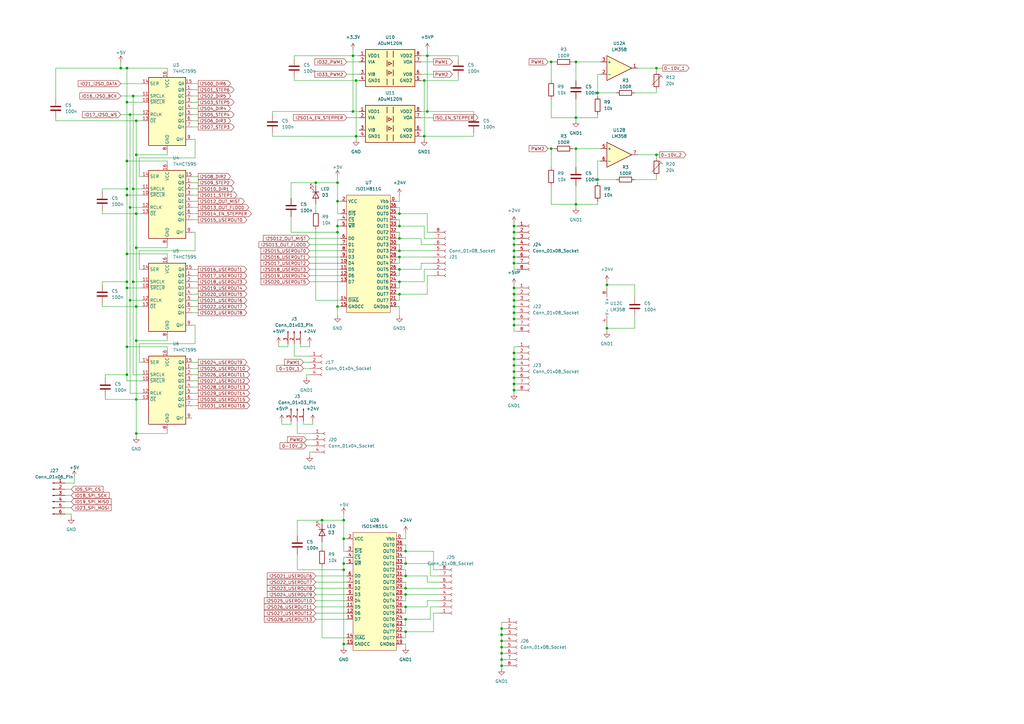
<source format=kicad_sch>
(kicad_sch (version 20230121) (generator eeschema)
  (paper "A3")
  (junction (at 55.88 163.83))
  (junction (at 138.43 95.25))
  (junction (at 166.37 236.22))
  (junction (at 210.82 144.78))
  (junction (at 140.97 220.98))
  (junction (at 54.61 115.57))
  (junction (at 166.37 248.92))
  (junction (at 210.82 149.86))
  (junction (at 146.05 33.02))
  (junction (at 163.83 115.57))
  (junction (at 236.22 83.82))
  (junction (at 138.43 74.93))
  (junction (at 140.97 264.16))
  (junction (at 163.83 97.79))
  (junction (at 163.83 110.49))
  (junction (at 163.83 92.71))
  (junction (at 205.74 273.05))
  (junction (at 205.74 267.97))
  (junction (at 269.24 63.5))
  (junction (at 140.97 231.14))
  (junction (at 52.07 80.01))
  (junction (at 210.82 133.35))
  (junction (at 210.82 128.27))
  (junction (at 138.43 92.71))
  (junction (at 163.83 102.87))
  (junction (at 163.83 105.41))
  (junction (at 49.53 27.94))
  (junction (at 248.92 134.62))
  (junction (at 53.34 85.09))
  (junction (at 175.26 22.86))
  (junction (at 210.82 123.19))
  (junction (at 53.34 123.19))
  (junction (at 210.82 160.02))
  (junction (at 245.11 73.66))
  (junction (at 210.82 95.25))
  (junction (at 52.07 77.47))
  (junction (at 55.88 101.6))
  (junction (at 54.61 77.47))
  (junction (at 53.34 46.99))
  (junction (at 210.82 100.33))
  (junction (at 210.82 152.4))
  (junction (at 173.99 33.02))
  (junction (at 205.74 262.89))
  (junction (at 226.06 25.4))
  (junction (at 210.82 125.73))
  (junction (at 55.88 177.8))
  (junction (at 52.07 142.24))
  (junction (at 52.07 41.91))
  (junction (at 173.99 55.88))
  (junction (at 52.07 66.04))
  (junction (at 129.54 74.93))
  (junction (at 163.83 120.65))
  (junction (at 55.88 63.5))
  (junction (at 132.08 213.36))
  (junction (at 144.78 45.72))
  (junction (at 236.22 48.26))
  (junction (at 205.74 270.51))
  (junction (at 55.88 87.63))
  (junction (at 245.11 38.1))
  (junction (at 55.88 125.73))
  (junction (at 166.37 226.06))
  (junction (at 166.37 241.3))
  (junction (at 210.82 120.65))
  (junction (at 236.22 25.4))
  (junction (at 144.78 22.86))
  (junction (at 210.82 130.81))
  (junction (at 140.97 233.68))
  (junction (at 210.82 92.71))
  (junction (at 52.07 104.14))
  (junction (at 166.37 259.08))
  (junction (at 210.82 105.41))
  (junction (at 55.88 139.7))
  (junction (at 163.83 87.63))
  (junction (at 55.88 49.53))
  (junction (at 52.07 153.67))
  (junction (at 210.82 157.48))
  (junction (at 205.74 260.35))
  (junction (at 236.22 60.96))
  (junction (at 210.82 147.32))
  (junction (at 210.82 154.94))
  (junction (at 138.43 125.73))
  (junction (at 166.37 243.84))
  (junction (at 210.82 107.95))
  (junction (at 210.82 102.87))
  (junction (at 166.37 254))
  (junction (at 248.92 116.84))
  (junction (at 146.05 55.88))
  (junction (at 175.26 45.72))
  (junction (at 138.43 82.55))
  (junction (at 210.82 97.79))
  (junction (at 52.07 27.94))
  (junction (at 269.24 27.94))
  (junction (at 205.74 265.43))
  (junction (at 226.06 60.96))
  (junction (at 166.37 231.14))
  (junction (at 140.97 213.36))
  (junction (at 52.07 118.11))
  (junction (at 210.82 118.11))
  (junction (at 54.61 39.37))
  (junction (at 205.74 257.81))
  (junction (at 52.07 115.57))
  (wire (pts (xy 165.1 251.46) (xy 166.37 251.46)))
  (wire (pts (xy 138.43 125.73) (xy 138.43 129.54)))
  (wire (pts (xy 210.82 130.81) (xy 210.82 133.35)))
  (wire (pts (xy 210.82 157.48) (xy 210.82 160.02)))
  (wire (pts (xy 52.07 142.24) (xy 68.58 142.24)))
  (wire (pts (xy 224.79 25.4) (xy 226.06 25.4)))
  (wire (pts (xy 177.8 113.03) (xy 175.26 113.03)))
  (wire (pts (xy 163.83 100.33) (xy 163.83 102.87)))
  (wire (pts (xy 210.82 107.95) (xy 210.82 105.41)))
  (wire (pts (xy 226.06 83.82) (xy 236.22 83.82)))
  (wire (pts (xy 269.24 38.1) (xy 269.24 36.83)))
  (wire (pts (xy 78.74 148.59) (xy 81.28 148.59)))
  (wire (pts (xy 43.18 163.83) (xy 55.88 163.83)))
  (wire (pts (xy 177.8 226.06) (xy 166.37 226.06)))
  (wire (pts (xy 58.42 148.59) (xy 57.15 148.59)))
  (wire (pts (xy 187.96 24.13) (xy 187.96 22.86)))
  (wire (pts (xy 165.1 248.92) (xy 166.37 248.92)))
  (wire (pts (xy 142.24 25.4) (xy 147.32 25.4)))
  (wire (pts (xy 146.05 55.88) (xy 146.05 57.15)))
  (wire (pts (xy 163.83 105.41) (xy 163.83 107.95)))
  (wire (pts (xy 41.91 87.63) (xy 55.88 87.63)))
  (wire (pts (xy 212.09 142.24) (xy 210.82 142.24)))
  (wire (pts (xy 163.83 92.71) (xy 163.83 90.17)))
  (wire (pts (xy 194.31 46.99) (xy 194.31 45.72)))
  (wire (pts (xy 129.54 74.93) (xy 138.43 74.93)))
  (wire (pts (xy 78.74 113.03) (xy 81.28 113.03)))
  (wire (pts (xy 163.83 85.09) (xy 163.83 87.63)))
  (wire (pts (xy 180.34 248.92) (xy 176.53 248.92)))
  (wire (pts (xy 260.35 129.54) (xy 260.35 134.62)))
  (wire (pts (xy 210.82 120.65) (xy 210.82 123.19)))
  (wire (pts (xy 120.65 31.75) (xy 120.65 33.02)))
  (wire (pts (xy 26.67 205.74) (xy 29.21 205.74)))
  (wire (pts (xy 176.53 248.92) (xy 176.53 254)))
  (wire (pts (xy 55.88 125.73) (xy 55.88 139.7)))
  (wire (pts (xy 78.74 46.99) (xy 81.28 46.99)))
  (wire (pts (xy 166.37 254) (xy 166.37 256.54)))
  (wire (pts (xy 210.82 123.19) (xy 212.09 123.19)))
  (wire (pts (xy 80.01 133.35) (xy 78.74 133.35)))
  (wire (pts (xy 111.76 55.88) (xy 146.05 55.88)))
  (wire (pts (xy 175.26 246.38) (xy 175.26 248.92)))
  (wire (pts (xy 162.56 120.65) (xy 163.83 120.65)))
  (wire (pts (xy 121.92 227.33) (xy 121.92 233.68)))
  (wire (pts (xy 78.74 41.91) (xy 81.28 41.91)))
  (wire (pts (xy 68.58 27.94) (xy 68.58 29.21)))
  (wire (pts (xy 210.82 147.32) (xy 212.09 147.32)))
  (wire (pts (xy 205.74 260.35) (xy 207.01 260.35)))
  (wire (pts (xy 226.06 76.2) (xy 226.06 83.82)))
  (wire (pts (xy 68.58 176.53) (xy 68.58 177.8)))
  (wire (pts (xy 55.88 87.63) (xy 58.42 87.63)))
  (wire (pts (xy 210.82 125.73) (xy 212.09 125.73)))
  (wire (pts (xy 163.83 123.19) (xy 163.83 120.65)))
  (wire (pts (xy 78.74 123.19) (xy 81.28 123.19)))
  (wire (pts (xy 139.7 125.73) (xy 138.43 125.73)))
  (wire (pts (xy 205.74 270.51) (xy 207.01 270.51)))
  (wire (pts (xy 163.83 102.87) (xy 177.8 102.87)))
  (wire (pts (xy 172.72 30.48) (xy 177.8 30.48)))
  (wire (pts (xy 55.88 177.8) (xy 68.58 177.8)))
  (wire (pts (xy 236.22 76.2) (xy 236.22 83.82)))
  (wire (pts (xy 139.7 90.17) (xy 138.43 90.17)))
  (wire (pts (xy 68.58 105.41) (xy 68.58 104.14)))
  (wire (pts (xy 52.07 142.24) (xy 52.07 118.11)))
  (wire (pts (xy 165.1 226.06) (xy 166.37 226.06)))
  (wire (pts (xy 68.58 67.31) (xy 68.58 66.04)))
  (wire (pts (xy 210.82 107.95) (xy 212.09 107.95)))
  (wire (pts (xy 210.82 95.25) (xy 210.82 92.71)))
  (wire (pts (xy 129.54 248.92) (xy 142.24 248.92)))
  (wire (pts (xy 165.1 261.62) (xy 166.37 261.62)))
  (wire (pts (xy 52.07 104.14) (xy 52.07 80.01)))
  (wire (pts (xy 78.74 90.17) (xy 81.28 90.17)))
  (wire (pts (xy 22.86 49.53) (xy 55.88 49.53)))
  (wire (pts (xy 55.88 63.5) (xy 55.88 87.63)))
  (wire (pts (xy 52.07 41.91) (xy 58.42 41.91)))
  (wire (pts (xy 210.82 135.89) (xy 212.09 135.89)))
  (wire (pts (xy 58.42 115.57) (xy 54.61 115.57)))
  (wire (pts (xy 22.86 40.64) (xy 22.86 27.94)))
  (wire (pts (xy 226.06 25.4) (xy 226.06 33.02)))
  (wire (pts (xy 162.56 125.73) (xy 163.83 125.73)))
  (wire (pts (xy 124.46 172.72) (xy 124.46 173.99)))
  (wire (pts (xy 53.34 46.99) (xy 58.42 46.99)))
  (wire (pts (xy 52.07 77.47) (xy 52.07 80.01)))
  (wire (pts (xy 165.1 241.3) (xy 166.37 241.3)))
  (wire (pts (xy 124.46 173.99) (xy 128.27 173.99)))
  (wire (pts (xy 210.82 100.33) (xy 212.09 100.33)))
  (wire (pts (xy 210.82 128.27) (xy 210.82 130.81)))
  (wire (pts (xy 210.82 160.02) (xy 212.09 160.02)))
  (wire (pts (xy 138.43 72.39) (xy 138.43 74.93)))
  (wire (pts (xy 68.58 138.43) (xy 68.58 139.7)))
  (wire (pts (xy 49.53 34.29) (xy 58.42 34.29)))
  (wire (pts (xy 162.56 118.11) (xy 163.83 118.11)))
  (wire (pts (xy 68.58 100.33) (xy 68.58 101.6)))
  (wire (pts (xy 248.92 134.62) (xy 248.92 135.89)))
  (wire (pts (xy 166.37 248.92) (xy 166.37 251.46)))
  (wire (pts (xy 127 100.33) (xy 139.7 100.33)))
  (wire (pts (xy 207.01 255.27) (xy 205.74 255.27)))
  (wire (pts (xy 172.72 48.26) (xy 177.8 48.26)))
  (wire (pts (xy 26.67 203.2) (xy 29.21 203.2)))
  (wire (pts (xy 41.91 78.74) (xy 41.91 77.47)))
  (wire (pts (xy 52.07 156.21) (xy 52.07 153.67)))
  (wire (pts (xy 58.42 123.19) (xy 53.34 123.19)))
  (wire (pts (xy 166.37 233.68) (xy 166.37 236.22)))
  (wire (pts (xy 260.35 134.62) (xy 248.92 134.62)))
  (wire (pts (xy 26.67 198.12) (xy 30.48 198.12)))
  (wire (pts (xy 177.8 259.08) (xy 166.37 259.08)))
  (wire (pts (xy 172.72 100.33) (xy 172.72 97.79)))
  (wire (pts (xy 210.82 116.84) (xy 210.82 118.11)))
  (wire (pts (xy 49.53 25.4) (xy 49.53 27.94)))
  (wire (pts (xy 180.34 233.68) (xy 177.8 233.68)))
  (wire (pts (xy 43.18 162.56) (xy 43.18 163.83)))
  (wire (pts (xy 180.34 251.46) (xy 177.8 251.46)))
  (wire (pts (xy 205.74 265.43) (xy 207.01 265.43)))
  (wire (pts (xy 269.24 73.66) (xy 269.24 72.39)))
  (wire (pts (xy 261.62 63.5) (xy 269.24 63.5)))
  (wire (pts (xy 205.74 262.89) (xy 207.01 262.89)))
  (wire (pts (xy 162.56 95.25) (xy 163.83 95.25)))
  (wire (pts (xy 78.74 82.55) (xy 81.28 82.55)))
  (wire (pts (xy 269.24 27.94) (xy 269.24 29.21)))
  (wire (pts (xy 210.82 102.87) (xy 212.09 102.87)))
  (wire (pts (xy 54.61 77.47) (xy 54.61 39.37)))
  (wire (pts (xy 210.82 133.35) (xy 210.82 135.89)))
  (wire (pts (xy 205.74 257.81) (xy 207.01 257.81)))
  (wire (pts (xy 78.74 77.47) (xy 81.28 77.47)))
  (wire (pts (xy 49.53 27.94) (xy 52.07 27.94)))
  (wire (pts (xy 245.11 73.66) (xy 252.73 73.66)))
  (wire (pts (xy 57.15 64.77) (xy 57.15 72.39)))
  (wire (pts (xy 52.07 153.67) (xy 52.07 142.24)))
  (wire (pts (xy 180.34 236.22) (xy 176.53 236.22)))
  (wire (pts (xy 226.06 48.26) (xy 236.22 48.26)))
  (wire (pts (xy 224.79 60.96) (xy 226.06 60.96)))
  (wire (pts (xy 129.54 241.3) (xy 142.24 241.3)))
  (wire (pts (xy 165.1 231.14) (xy 166.37 231.14)))
  (wire (pts (xy 210.82 110.49) (xy 210.82 107.95)))
  (wire (pts (xy 78.74 87.63) (xy 81.28 87.63)))
  (wire (pts (xy 147.32 45.72) (xy 144.78 45.72)))
  (wire (pts (xy 128.27 177.8) (xy 121.92 177.8)))
  (wire (pts (xy 125.73 182.88) (xy 128.27 182.88)))
  (wire (pts (xy 173.99 115.57) (xy 163.83 115.57)))
  (wire (pts (xy 127 146.05) (xy 120.65 146.05)))
  (wire (pts (xy 205.74 273.05) (xy 205.74 274.32)))
  (wire (pts (xy 129.54 83.82) (xy 129.54 86.36)))
  (wire (pts (xy 41.91 77.47) (xy 52.07 77.47)))
  (wire (pts (xy 132.08 261.62) (xy 142.24 261.62)))
  (wire (pts (xy 55.88 87.63) (xy 55.88 101.6)))
  (wire (pts (xy 52.07 115.57) (xy 52.07 104.14)))
  (wire (pts (xy 210.82 144.78) (xy 212.09 144.78)))
  (wire (pts (xy 127 97.79) (xy 139.7 97.79)))
  (wire (pts (xy 111.76 46.99) (xy 111.76 45.72)))
  (wire (pts (xy 49.53 39.37) (xy 54.61 39.37)))
  (wire (pts (xy 245.11 38.1) (xy 252.73 38.1)))
  (wire (pts (xy 210.82 97.79) (xy 210.82 95.25)))
  (wire (pts (xy 29.21 210.82) (xy 29.21 212.09)))
  (wire (pts (xy 68.58 63.5) (xy 55.88 63.5)))
  (wire (pts (xy 132.08 222.25) (xy 132.08 224.79)))
  (wire (pts (xy 162.56 123.19) (xy 163.83 123.19)))
  (wire (pts (xy 57.15 72.39) (xy 58.42 72.39)))
  (wire (pts (xy 162.56 87.63) (xy 163.83 87.63)))
  (wire (pts (xy 111.76 54.61) (xy 111.76 55.88)))
  (wire (pts (xy 30.48 198.12) (xy 30.48 195.58)))
  (wire (pts (xy 210.82 100.33) (xy 210.82 97.79)))
  (wire (pts (xy 166.37 261.62) (xy 166.37 259.08)))
  (wire (pts (xy 162.56 107.95) (xy 163.83 107.95)))
  (wire (pts (xy 210.82 97.79) (xy 212.09 97.79)))
  (wire (pts (xy 120.65 146.05) (xy 120.65 140.97)))
  (wire (pts (xy 53.34 85.09) (xy 53.34 46.99)))
  (wire (pts (xy 68.58 66.04) (xy 52.07 66.04)))
  (wire (pts (xy 173.99 55.88) (xy 173.99 57.15)))
  (wire (pts (xy 138.43 82.55) (xy 139.7 82.55)))
  (wire (pts (xy 175.26 45.72) (xy 175.26 22.86)))
  (wire (pts (xy 78.74 57.15) (xy 80.01 57.15)))
  (wire (pts (xy 128.27 185.42) (xy 127 185.42)))
  (wire (pts (xy 132.08 232.41) (xy 132.08 261.62)))
  (wire (pts (xy 236.22 60.96) (xy 246.38 60.96)))
  (wire (pts (xy 226.06 40.64) (xy 226.06 48.26)))
  (wire (pts (xy 210.82 152.4) (xy 210.82 154.94)))
  (wire (pts (xy 80.01 95.25) (xy 80.01 102.87)))
  (wire (pts (xy 111.76 45.72) (xy 144.78 45.72)))
  (wire (pts (xy 78.74 80.01) (xy 81.28 80.01)))
  (wire (pts (xy 162.56 100.33) (xy 163.83 100.33)))
  (wire (pts (xy 58.42 153.67) (xy 54.61 153.67)))
  (wire (pts (xy 165.1 228.6) (xy 166.37 228.6)))
  (wire (pts (xy 138.43 95.25) (xy 138.43 125.73)))
  (wire (pts (xy 78.74 72.39) (xy 81.28 72.39)))
  (wire (pts (xy 139.7 87.63) (xy 138.43 87.63)))
  (wire (pts (xy 53.34 161.29) (xy 53.34 123.19)))
  (wire (pts (xy 146.05 33.02) (xy 146.05 55.88)))
  (wire (pts (xy 140.97 226.06) (xy 140.97 220.98)))
  (wire (pts (xy 142.24 48.26) (xy 147.32 48.26)))
  (wire (pts (xy 210.82 149.86) (xy 212.09 149.86)))
  (wire (pts (xy 165.1 254) (xy 166.37 254)))
  (wire (pts (xy 194.31 45.72) (xy 175.26 45.72)))
  (wire (pts (xy 166.37 218.44) (xy 166.37 220.98)))
  (wire (pts (xy 127 110.49) (xy 139.7 110.49)))
  (wire (pts (xy 114.3 142.24) (xy 118.11 142.24)))
  (wire (pts (xy 165.1 259.08) (xy 166.37 259.08)))
  (wire (pts (xy 166.37 220.98) (xy 165.1 220.98)))
  (wire (pts (xy 54.61 153.67) (xy 54.61 115.57)))
  (wire (pts (xy 210.82 133.35) (xy 212.09 133.35)))
  (wire (pts (xy 210.82 144.78) (xy 210.82 147.32)))
  (wire (pts (xy 210.82 147.32) (xy 210.82 149.86)))
  (wire (pts (xy 78.74 158.75) (xy 81.28 158.75)))
  (wire (pts (xy 78.74 125.73) (xy 81.28 125.73)))
  (wire (pts (xy 52.07 27.94) (xy 52.07 41.91)))
  (wire (pts (xy 78.74 151.13) (xy 81.28 151.13)))
  (wire (pts (xy 120.65 22.86) (xy 144.78 22.86)))
  (wire (pts (xy 163.83 110.49) (xy 172.72 110.49)))
  (wire (pts (xy 176.53 254) (xy 166.37 254)))
  (wire (pts (xy 227.33 25.4) (xy 226.06 25.4)))
  (wire (pts (xy 58.42 77.47) (xy 54.61 77.47)))
  (wire (pts (xy 78.74 163.83) (xy 81.28 163.83)))
  (wire (pts (xy 57.15 102.87) (xy 57.15 110.49)))
  (wire (pts (xy 165.1 256.54) (xy 166.37 256.54)))
  (wire (pts (xy 236.22 68.58) (xy 236.22 60.96)))
  (wire (pts (xy 138.43 92.71) (xy 138.43 95.25)))
  (wire (pts (xy 119.38 74.93) (xy 129.54 74.93)))
  (wire (pts (xy 269.24 27.94) (xy 271.78 27.94)))
  (wire (pts (xy 68.58 62.23) (xy 68.58 63.5)))
  (wire (pts (xy 205.74 255.27) (xy 205.74 257.81)))
  (wire (pts (xy 172.72 33.02) (xy 173.99 33.02)))
  (wire (pts (xy 123.19 140.97) (xy 123.19 142.24)))
  (wire (pts (xy 57.15 148.59) (xy 57.15 140.97)))
  (wire (pts (xy 78.74 34.29) (xy 81.28 34.29)))
  (wire (pts (xy 245.11 66.04) (xy 245.11 73.66)))
  (wire (pts (xy 166.37 243.84) (xy 166.37 246.38)))
  (wire (pts (xy 55.88 101.6) (xy 68.58 101.6)))
  (wire (pts (xy 210.82 160.02) (xy 210.82 161.29)))
  (wire (pts (xy 78.74 120.65) (xy 81.28 120.65)))
  (wire (pts (xy 172.72 25.4) (xy 177.8 25.4)))
  (wire (pts (xy 140.97 228.6) (xy 140.97 231.14)))
  (wire (pts (xy 52.07 27.94) (xy 68.58 27.94)))
  (wire (pts (xy 210.82 92.71) (xy 210.82 91.44)))
  (wire (pts (xy 212.09 110.49) (xy 210.82 110.49)))
  (wire (pts (xy 176.53 236.22) (xy 176.53 231.14)))
  (wire (pts (xy 43.18 153.67) (xy 52.07 153.67)))
  (wire (pts (xy 210.82 157.48) (xy 212.09 157.48)))
  (wire (pts (xy 172.72 107.95) (xy 172.72 110.49)))
  (wire (pts (xy 180.34 238.76) (xy 175.26 238.76)))
  (wire (pts (xy 127 105.41) (xy 139.7 105.41)))
  (wire (pts (xy 163.83 105.41) (xy 177.8 105.41)))
  (wire (pts (xy 175.26 113.03) (xy 175.26 120.65)))
  (wire (pts (xy 124.46 151.13) (xy 127 151.13)))
  (wire (pts (xy 41.91 125.73) (xy 55.88 125.73)))
  (wire (pts (xy 205.74 260.35) (xy 205.74 262.89)))
  (wire (pts (xy 236.22 33.02) (xy 236.22 25.4)))
  (wire (pts (xy 78.74 153.67) (xy 81.28 153.67)))
  (wire (pts (xy 177.8 95.25) (xy 175.26 95.25)))
  (wire (pts (xy 210.82 118.11) (xy 210.82 120.65)))
  (wire (pts (xy 58.42 118.11) (xy 52.07 118.11)))
  (wire (pts (xy 172.72 45.72) (xy 175.26 45.72)))
  (wire (pts (xy 129.54 243.84) (xy 142.24 243.84)))
  (wire (pts (xy 127 153.67) (xy 125.73 153.67)))
  (wire (pts (xy 142.24 228.6) (xy 140.97 228.6)))
  (wire (pts (xy 43.18 154.94) (xy 43.18 153.67)))
  (wire (pts (xy 210.82 149.86) (xy 210.82 152.4)))
  (wire (pts (xy 226.06 60.96) (xy 226.06 68.58)))
  (wire (pts (xy 121.92 219.71) (xy 121.92 213.36)))
  (wire (pts (xy 245.11 83.82) (xy 245.11 82.55)))
  (wire (pts (xy 58.42 85.09) (xy 53.34 85.09)))
  (wire (pts (xy 147.32 22.86) (xy 144.78 22.86)))
  (wire (pts (xy 55.88 125.73) (xy 58.42 125.73)))
  (wire (pts (xy 210.82 118.11) (xy 212.09 118.11)))
  (wire (pts (xy 194.31 55.88) (xy 173.99 55.88)))
  (wire (pts (xy 52.07 66.04) (xy 52.07 77.47)))
  (wire (pts (xy 115.57 172.72) (xy 115.57 173.99)))
  (wire (pts (xy 245.11 38.1) (xy 245.11 30.48)))
  (wire (pts (xy 140.97 264.16) (xy 142.24 264.16)))
  (wire (pts (xy 129.54 246.38) (xy 142.24 246.38)))
  (wire (pts (xy 205.74 270.51) (xy 205.74 273.05)))
  (wire (pts (xy 245.11 38.1) (xy 245.11 39.37)))
  (wire (pts (xy 55.88 101.6) (xy 55.88 125.73)))
  (wire (pts (xy 166.37 223.52) (xy 166.37 226.06)))
  (wire (pts (xy 124.46 148.59) (xy 127 148.59)))
  (wire (pts (xy 54.61 115.57) (xy 54.61 77.47)))
  (wire (pts (xy 205.74 257.81) (xy 205.74 260.35)))
  (wire (pts (xy 138.43 90.17) (xy 138.43 92.71)))
  (wire (pts (xy 210.82 128.27) (xy 212.09 128.27)))
  (wire (pts (xy 261.62 27.94) (xy 269.24 27.94)))
  (wire (pts (xy 125.73 153.67) (xy 125.73 154.94)))
  (wire (pts (xy 52.07 66.04) (xy 52.07 41.91)))
  (wire (pts (xy 142.24 226.06) (xy 140.97 226.06)))
  (wire (pts (xy 163.83 82.55) (xy 162.56 82.55)))
  (wire (pts (xy 57.15 140.97) (xy 80.01 140.97)))
  (wire (pts (xy 129.54 76.2) (xy 129.54 74.93)))
  (wire (pts (xy 165.1 243.84) (xy 166.37 243.84)))
  (wire (pts (xy 162.56 113.03) (xy 163.83 113.03)))
  (wire (pts (xy 68.58 143.51) (xy 68.58 142.24)))
  (wire (pts (xy 41.91 115.57) (xy 52.07 115.57)))
  (wire (pts (xy 121.92 177.8) (xy 121.92 172.72)))
  (wire (pts (xy 132.08 214.63) (xy 132.08 213.36)))
  (wire (pts (xy 22.86 27.94) (xy 49.53 27.94)))
  (wire (pts (xy 138.43 87.63) (xy 138.43 82.55)))
  (wire (pts (xy 227.33 60.96) (xy 226.06 60.96)))
  (wire (pts (xy 166.37 243.84) (xy 180.34 243.84)))
  (wire (pts (xy 119.38 95.25) (xy 138.43 95.25)))
  (wire (pts (xy 142.24 30.48) (xy 147.32 30.48)))
  (wire (pts (xy 80.01 140.97) (xy 80.01 133.35)))
  (wire (pts (xy 58.42 156.21) (xy 52.07 156.21)))
  (wire (pts (xy 210.82 105.41) (xy 212.09 105.41)))
  (wire (pts (xy 210.82 152.4) (xy 212.09 152.4)))
  (wire (pts (xy 165.1 223.52) (xy 166.37 223.52)))
  (wire (pts (xy 173.99 97.79) (xy 173.99 92.71)))
  (wire (pts (xy 26.67 208.28) (xy 29.21 208.28)))
  (wire (pts (xy 80.01 64.77) (xy 57.15 64.77)))
  (wire (pts (xy 144.78 45.72) (xy 144.78 22.86)))
  (wire (pts (xy 163.83 110.49) (xy 163.83 113.03)))
  (wire (pts (xy 210.82 142.24) (xy 210.82 144.78)))
  (wire (pts (xy 210.82 95.25) (xy 212.09 95.25)))
  (wire (pts (xy 78.74 39.37) (xy 81.28 39.37)))
  (wire (pts (xy 121.92 233.68) (xy 140.97 233.68)))
  (wire (pts (xy 58.42 161.29) (xy 53.34 161.29)))
  (wire (pts (xy 166.37 238.76) (xy 166.37 241.3)))
  (wire (pts (xy 58.42 49.53) (xy 55.88 49.53)))
  (wire (pts (xy 173.99 33.02) (xy 173.99 55.88)))
  (wire (pts (xy 177.8 100.33) (xy 172.72 100.33)))
  (wire (pts (xy 119.38 88.9) (xy 119.38 95.25)))
  (wire (pts (xy 26.67 200.66) (xy 29.21 200.66)))
  (wire (pts (xy 210.82 154.94) (xy 210.82 157.48)))
  (wire (pts (xy 55.88 139.7) (xy 55.88 163.83)))
  (wire (pts (xy 205.74 267.97) (xy 207.01 267.97)))
  (wire (pts (xy 78.74 49.53) (xy 81.28 49.53)))
  (wire (pts (xy 175.26 22.86) (xy 187.96 22.86)))
  (wire (pts (xy 175.26 87.63) (xy 163.83 87.63)))
  (wire (pts (xy 128.27 173.99) (xy 128.27 172.72)))
  (wire (pts (xy 41.91 116.84) (xy 41.91 115.57)))
  (wire (pts (xy 22.86 48.26) (xy 22.86 49.53)))
  (wire (pts (xy 127 142.24) (xy 127 140.97)))
  (wire (pts (xy 194.31 54.61) (xy 194.31 55.88)))
  (wire (pts (xy 162.56 110.49) (xy 163.83 110.49)))
  (wire (pts (xy 173.99 92.71) (xy 163.83 92.71)))
  (wire (pts (xy 114.3 140.97) (xy 114.3 142.24)))
  (wire (pts (xy 127 102.87) (xy 139.7 102.87)))
  (wire (pts (xy 162.56 102.87) (xy 163.83 102.87)))
  (wire (pts (xy 177.8 107.95) (xy 172.72 107.95)))
  (wire (pts (xy 80.01 102.87) (xy 57.15 102.87)))
  (wire (pts (xy 210.82 102.87) (xy 210.82 100.33)))
  (wire (pts (xy 140.97 220.98) (xy 142.24 220.98)))
  (wire (pts (xy 248.92 133.35) (xy 248.92 134.62)))
  (wire (pts (xy 236.22 83.82) (xy 245.11 83.82)))
  (wire (pts (xy 129.54 93.98) (xy 129.54 123.19)))
  (wire (pts (xy 175.26 95.25) (xy 175.26 87.63)))
  (wire (pts (xy 245.11 48.26) (xy 245.11 46.99)))
  (wire (pts (xy 129.54 123.19) (xy 139.7 123.19)))
  (wire (pts (xy 210.82 120.65) (xy 212.09 120.65)))
  (wire (pts (xy 129.54 238.76) (xy 142.24 238.76)))
  (wire (pts (xy 78.74 156.21) (xy 81.28 156.21)))
  (wire (pts (xy 175.26 20.32) (xy 175.26 22.86)))
  (wire (pts (xy 210.82 154.94) (xy 212.09 154.94)))
  (wire (pts (xy 177.8 110.49) (xy 173.99 110.49)))
  (wire (pts (xy 165.1 238.76) (xy 166.37 238.76)))
  (wire (pts (xy 210.82 130.81) (xy 212.09 130.81)))
  (wire (pts (xy 55.88 49.53) (xy 55.88 63.5)))
  (wire (pts (xy 162.56 92.71) (xy 163.83 92.71)))
  (wire (pts (xy 80.01 95.25) (xy 78.74 95.25)))
  (wire (pts (xy 166.37 248.92) (xy 175.26 248.92)))
  (wire (pts (xy 140.97 231.14) (xy 142.24 231.14)))
  (wire (pts (xy 115.57 173.99) (xy 119.38 173.99)))
  (wire (pts (xy 205.74 273.05) (xy 207.01 273.05)))
  (wire (pts (xy 129.54 236.22) (xy 142.24 236.22)))
  (wire (pts (xy 248.92 115.57) (xy 248.92 116.84)))
  (wire (pts (xy 172.72 97.79) (xy 163.83 97.79)))
  (wire (pts (xy 78.74 115.57) (xy 81.28 115.57)))
  (wire (pts (xy 175.26 238.76) (xy 175.26 236.22)))
  (wire (pts (xy 58.42 80.01) (xy 52.07 80.01)))
  (wire (pts (xy 78.74 128.27) (xy 81.28 128.27)))
  (wire (pts (xy 205.74 265.43) (xy 205.74 267.97)))
  (wire (pts (xy 163.83 80.01) (xy 163.83 82.55)))
  (wire (pts (xy 245.11 30.48) (xy 246.38 30.48)))
  (wire (pts (xy 127 107.95) (xy 139.7 107.95)))
  (wire (pts (xy 175.26 22.86) (xy 172.72 22.86)))
  (wire (pts (xy 140.97 231.14) (xy 140.97 233.68)))
  (wire (pts (xy 187.96 33.02) (xy 173.99 33.02)))
  (wire (pts (xy 78.74 166.37) (xy 81.28 166.37)))
  (wire (pts (xy 177.8 233.68) (xy 177.8 226.06)))
  (wire (pts (xy 127 115.57) (xy 139.7 115.57)))
  (wire (pts (xy 121.92 213.36) (xy 132.08 213.36)))
  (wire (pts (xy 140.97 213.36) (xy 140.97 220.98)))
  (wire (pts (xy 78.74 85.09) (xy 81.28 85.09)))
  (wire (pts (xy 140.97 210.82) (xy 140.97 213.36)))
  (wire (pts (xy 177.8 97.79) (xy 173.99 97.79)))
  (wire (pts (xy 165.1 246.38) (xy 166.37 246.38)))
  (wire (pts (xy 78.74 36.83) (xy 81.28 36.83)))
  (wire (pts (xy 162.56 90.17) (xy 163.83 90.17)))
  (wire (pts (xy 80.01 64.77) (xy 80.01 57.15)))
  (wire (pts (xy 236.22 48.26) (xy 236.22 49.53)))
  (wire (pts (xy 187.96 31.75) (xy 187.96 33.02)))
  (wire (pts (xy 269.24 38.1) (xy 260.35 38.1)))
  (wire (pts (xy 138.43 74.93) (xy 138.43 82.55)))
  (wire (pts (xy 175.26 236.22) (xy 166.37 236.22)))
  (wire (pts (xy 68.58 104.14) (xy 52.07 104.14)))
  (wire (pts (xy 210.82 105.41) (xy 210.82 102.87)))
  (wire (pts (xy 205.74 262.89) (xy 205.74 265.43)))
  (wire (pts (xy 175.26 246.38) (xy 180.34 246.38)))
  (wire (pts (xy 210.82 123.19) (xy 210.82 125.73)))
  (wire (pts (xy 234.95 60.96) (xy 236.22 60.96)))
  (wire (pts (xy 127 185.42) (xy 127 186.69)))
  (wire (pts (xy 236.22 40.64) (xy 236.22 48.26)))
  (wire (pts (xy 146.05 55.88) (xy 147.32 55.88)))
  (wire (pts (xy 120.65 24.13) (xy 120.65 22.86)))
  (wire (pts (xy 78.74 44.45) (xy 81.28 44.45)))
  (wire (pts (xy 269.24 63.5) (xy 270.51 63.5)))
  (wire (pts (xy 55.88 139.7) (xy 68.58 139.7)))
  (wire (pts (xy 118.11 142.24) (xy 118.11 140.97)))
  (wire (pts (xy 172.72 55.88) (xy 173.99 55.88)))
  (wire (pts (xy 236.22 48.26) (xy 245.11 48.26)))
  (wire (pts (xy 176.53 231.14) (xy 166.37 231.14)))
  (wire (pts (xy 55.88 163.83) (xy 58.42 163.83)))
  (wire (pts (xy 269.24 63.5) (xy 269.24 64.77)))
  (wire (pts (xy 248.92 116.84) (xy 248.92 118.11)))
  (wire (pts (xy 78.74 74.93) (xy 81.28 74.93)))
  (wire (pts (xy 236.22 83.82) (xy 236.22 85.09)))
  (wire (pts (xy 52.07 118.11) (xy 52.07 115.57)))
  (wire (pts (xy 41.91 124.46) (xy 41.91 125.73)))
  (wire (pts (xy 140.97 233.68) (xy 140.97 264.16)))
  (wire (pts (xy 165.1 264.16) (xy 166.37 264.16)))
  (wire (pts (xy 245.11 73.66) (xy 245.11 74.93)))
  (wire (pts (xy 165.1 236.22) (xy 166.37 236.22)))
  (wire (pts (xy 78.74 110.49) (xy 81.28 110.49)))
  (wire (pts (xy 78.74 52.07) (xy 81.28 52.07)))
  (wire (pts (xy 55.88 177.8) (xy 55.88 179.07)))
  (wire (pts (xy 234.95 25.4) (xy 236.22 25.4)))
  (wire (pts (xy 163.83 115.57) (xy 163.83 118.11)))
  (wire (pts (xy 260.35 121.92) (xy 260.35 116.84)))
  (wire (pts (xy 55.88 163.83) (xy 55.88 177.8)))
  (wire (pts (xy 175.26 120.65) (xy 163.83 120.65)))
  (wire (pts (xy 132.08 213.36) (xy 140.97 213.36)))
  (wire (pts (xy 120.65 33.02) (xy 146.05 33.02)))
  (wire (pts (xy 26.67 210.82) (xy 29.21 210.82)))
  (wire (pts (xy 54.61 39.37) (xy 58.42 39.37)))
  (wire (pts (xy 125.73 180.34) (xy 128.27 180.34)))
  (wire (pts (xy 147.32 33.02) (xy 146.05 33.02)))
  (wire (pts (xy 57.15 110.49) (xy 58.42 110.49)))
  (wire (pts (xy 166.37 264.16) (xy 166.37 265.43)))
  (wire (pts (xy 163.83 125.73) (xy 163.83 129.54)))
  (wire (pts (xy 78.74 118.11) (xy 81.28 118.11)))
  (wire (pts (xy 119.38 173.99) (xy 119.38 172.72)))
  (wire (pts (xy 260.35 116.84) (xy 248.92 116.84)))
  (wire (pts (xy 210.82 92.71) (xy 212.09 92.71)))
  (wire (pts (xy 163.83 95.25) (xy 163.83 97.79)))
  (wire (pts (xy 205.74 267.97) (xy 205.74 270.51)))
  (wire (pts (xy 140.97 264.16) (xy 140.97 265.43)))
  (wire (pts (xy 162.56 115.57) (xy 163.83 115.57)))
  (wire (pts (xy 129.54 251.46) (xy 142.24 251.46)))
  (wire (pts (xy 78.74 161.29) (xy 81.28 161.29)))
  (wire (pts (xy 41.91 86.36) (xy 41.91 87.63)))
  (wire (pts (xy 119.38 81.28) (xy 119.38 74.93)))
  (wire (pts (xy 49.53 46.99) (xy 53.34 46.99)))
  (wire (pts (xy 166.37 241.3) (xy 180.34 241.3)))
  (wire (pts (xy 177.8 251.46) (xy 177.8 259.08)))
  (wire (pts (xy 162.56 105.41) (xy 163.83 105.41)))
  (wire (pts (xy 53.34 123.19) (xy 53.34 85.09)))
  (wire (pts (xy 173.99 110.49) (xy 173.99 115.57)))
  (wire (pts (xy 129.54 254) (xy 142.24 254)))
  (wire (pts (xy 165.1 233.68) (xy 166.37 233.68)))
  (wire (pts (xy 166.37 231.14) (xy 166.37 228.6)))
  (wire (pts (xy 162.56 85.09) (xy 163.83 85.09)))
  (wire (pts (xy 245.11 66.04) (xy 246.38 66.04)))
  (wire (pts (xy 138.43 92.71) (xy 139.7 92.71)))
  (wire (pts (xy 236.22 25.4) (xy 246.38 25.4)))
  (wire (pts (xy 144.78 22.86) (xy 144.78 20.32)))
  (wire (pts (xy 210.82 125.73) (xy 210.82 128.27)))
  (wire (pts (xy 127 113.03) (xy 139.7 113.03)))
  (wire (pts (xy 269.24 73.66) (xy 260.35 73.66)))
  (wire (pts (xy 123.19 142.24) (xy 127 142.24)))
  (wire (pts (xy 162.56 97.79) (xy 163.83 97.79)))
  (global_label "PWM2" (shape input) (at 224.79 60.96 180) (property "Intersheetrefs" "${INTERSHEET_REFS}" (effects hide)))
  (global_label "IO23_SPI_MOSI" (shape input) (at 29.21 208.28 0) (property "Intersheetrefs" "${INTERSHEET_REFS}" (effects hide)))
  (global_label "0-10V_2" (shape output) (at 270.51 63.5 0) (property "Intersheetrefs" "${INTERSHEET_REFS}" (effects hide)))
  (global_label "I2SO18_USEROUT3" (shape input) (at 127 110.49 180) (property "Intersheetrefs" "${INTERSHEET_REFS}" (effects hide)))
  (global_label "PWM1" (shape output) (at 177.8 25.4 0) (property "Intersheetrefs" "${INTERSHEET_REFS}" (effects hide)))
  (global_label "I2SO16_USEROUT1" (shape output) (at 81.28 110.49 0) (property "Intersheetrefs" "${INTERSHEET_REFS}" (effects hide)))
  (global_label "I2SO25_USEROUT10" (shape input) (at 129.54 246.38 180) (property "Intersheetrefs" "${INTERSHEET_REFS}" (effects hide)))
  (global_label "I2SO7_STEP3" (shape output) (at 81.28 52.07 0) (property "Intersheetrefs" "${INTERSHEET_REFS}" (effects hide)))
  (global_label "I2SO22_USEROUT7" (shape input) (at 129.54 238.76 180) (property "Intersheetrefs" "${INTERSHEET_REFS}" (effects hide)))
  (global_label "I2SO28_USEROUT13" (shape input) (at 129.54 254 180) (property "Intersheetrefs" "${INTERSHEET_REFS}" (effects hide)))
  (global_label "IO18_SPI_SCK" (shape input) (at 29.21 203.2 0) (property "Intersheetrefs" "${INTERSHEET_REFS}" (effects hide)))
  (global_label "I2SO19_USEROUT4" (shape output) (at 81.28 118.11 0) (property "Intersheetrefs" "${INTERSHEET_REFS}" (effects hide)))
  (global_label "I2SO20_USEROUT5" (shape output) (at 81.28 120.65 0) (property "Intersheetrefs" "${INTERSHEET_REFS}" (effects hide)))
  (global_label "I2SO6_DIR3" (shape output) (at 81.28 49.53 0) (property "Intersheetrefs" "${INTERSHEET_REFS}" (effects hide)))
  (global_label "I2SO31_USEROUT16" (shape output) (at 81.28 166.37 0) (property "Intersheetrefs" "${INTERSHEET_REFS}" (effects hide)))
  (global_label "PWM2" (shape input) (at 125.73 180.34 180) (property "Intersheetrefs" "${INTERSHEET_REFS}" (effects hide)))
  (global_label "I2SO28_USEROUT13" (shape output) (at 81.28 158.75 0) (property "Intersheetrefs" "${INTERSHEET_REFS}" (effects hide)))
  (global_label "I2SO21_USEROUT6" (shape output) (at 81.28 123.19 0) (property "Intersheetrefs" "${INTERSHEET_REFS}" (effects hide)))
  (global_label "I2SO3_STEP5" (shape output) (at 81.28 41.91 0) (property "Intersheetrefs" "${INTERSHEET_REFS}" (effects hide)))
  (global_label "I2SO14_EN_STEPPER" (shape input) (at 142.24 48.26 180) (property "Intersheetrefs" "${INTERSHEET_REFS}" (effects hide)))
  (global_label "I2SO30_USEROUT15" (shape output) (at 81.28 163.83 0) (property "Intersheetrefs" "${INTERSHEET_REFS}" (effects hide)))
  (global_label "I2SO9_STEP2" (shape output) (at 81.28 74.93 0) (property "Intersheetrefs" "${INTERSHEET_REFS}" (effects hide)))
  (global_label "0-10V_1" (shape input) (at 124.46 151.13 180) (property "Intersheetrefs" "${INTERSHEET_REFS}" (effects hide)))
  (global_label "IO5_SPI_CS" (shape input) (at 29.21 200.66 0) (property "Intersheetrefs" "${INTERSHEET_REFS}" (effects hide)))
  (global_label "IO17_I2SO_WS" (shape input) (at 49.53 46.99 180) (property "Intersheetrefs" "${INTERSHEET_REFS}" (effects hide)))
  (global_label "IO21_I2SO_DATA" (shape input) (at 49.53 34.29 180) (property "Intersheetrefs" "${INTERSHEET_REFS}" (effects hide)))
  (global_label "I2SO12_OUT_MIST" (shape output) (at 81.28 82.55 0) (property "Intersheetrefs" "${INTERSHEET_REFS}" (effects hide)))
  (global_label "I2SO22_USEROUT7" (shape output) (at 81.28 125.73 0) (property "Intersheetrefs" "${INTERSHEET_REFS}" (effects hide)))
  (global_label "I2SO16_USEROUT1" (shape input) (at 127 105.41 180) (property "Intersheetrefs" "${INTERSHEET_REFS}" (effects hide)))
  (global_label "I2SO5_STEP4" (shape output) (at 81.28 46.99 0) (property "Intersheetrefs" "${INTERSHEET_REFS}" (effects hide)))
  (global_label "I2SO11_STEP1" (shape output) (at 81.28 80.01 0) (property "Intersheetrefs" "${INTERSHEET_REFS}" (effects hide)))
  (global_label "IO19_SPI_MISO" (shape input) (at 29.21 205.74 0) (property "Intersheetrefs" "${INTERSHEET_REFS}" (effects hide)))
  (global_label "I2SO13_OUT_FLOOD" (shape input) (at 127 100.33 180) (property "Intersheetrefs" "${INTERSHEET_REFS}" (effects hide)))
  (global_label "I2SO8_DIR2" (shape output) (at 81.28 72.39 0) (property "Intersheetrefs" "${INTERSHEET_REFS}" (effects hide)))
  (global_label "I2SO23_USEROUT8" (shape output) (at 81.28 128.27 0) (property "Intersheetrefs" "${INTERSHEET_REFS}" (effects hide)))
  (global_label "I2SO20_USEROUT5" (shape input) (at 127 115.57 180) (property "Intersheetrefs" "${INTERSHEET_REFS}" (effects hide)))
  (global_label "I2SO17_USEROUT2" (shape input) (at 127 107.95 180) (property "Intersheetrefs" "${INTERSHEET_REFS}" (effects hide)))
  (global_label "I2SO27_USEROUT12" (shape output) (at 81.28 156.21 0) (property "Intersheetrefs" "${INTERSHEET_REFS}" (effects hide)))
  (global_label "0-10V_1" (shape output) (at 271.78 27.94 0) (property "Intersheetrefs" "${INTERSHEET_REFS}" (effects hide)))
  (global_label "I2SO14_EN_STEPPER" (shape output) (at 81.28 87.63 0) (property "Intersheetrefs" "${INTERSHEET_REFS}" (effects hide)))
  (global_label "I2SO25_USEROUT10" (shape output) (at 81.28 151.13 0) (property "Intersheetrefs" "${INTERSHEET_REFS}" (effects hide)))
  (global_label "I2SO29_USEROUT14" (shape output) (at 81.28 161.29 0) (property "Intersheetrefs" "${INTERSHEET_REFS}" (effects hide)))
  (global_label "I2SO26_USEROUT11" (shape output) (at 81.28 153.67 0) (property "Intersheetrefs" "${INTERSHEET_REFS}" (effects hide)))
  (global_label "I2SO13_OUT_FLOOD" (shape output) (at 81.28 85.09 0) (property "Intersheetrefs" "${INTERSHEET_REFS}" (effects hide)))
  (global_label "I2SO23_USEROUT8" (shape input) (at 129.54 241.3 180) (property "Intersheetrefs" "${INTERSHEET_REFS}" (effects hide)))
  (global_label "I2SO18_USEROUT3" (shape output) (at 81.28 115.57 0) (property "Intersheetrefs" "${INTERSHEET_REFS}" (effects hide)))
  (global_label "I2SO2_DIR5" (shape output) (at 81.28 39.37 0) (property "Intersheetrefs" "${INTERSHEET_REFS}" (effects hide)))
  (global_label "I2SO4_DIR4" (shape output) (at 81.28 44.45 0) (property "Intersheetrefs" "${INTERSHEET_REFS}" (effects hide)))
  (global_label "PWM2" (shape output) (at 177.8 30.48 0) (property "Intersheetrefs" "${INTERSHEET_REFS}" (effects hide)))
  (global_label "I2SO15_USEROUT0" (shape input) (at 127 102.87 180) (property "Intersheetrefs" "${INTERSHEET_REFS}" (effects hide)))
  (global_label "I2SO27_USEROUT12" (shape input) (at 129.54 251.46 180) (property "Intersheetrefs" "${INTERSHEET_REFS}" (effects hide)))
  (global_label "I2SO24_USEROUT9" (shape output) (at 81.28 148.59 0) (property "Intersheetrefs" "${INTERSHEET_REFS}" (effects hide)))
  (global_label "I2SO19_USEROUT4" (shape input) (at 127 113.03 180) (property "Intersheetrefs" "${INTERSHEET_REFS}" (effects hide)))
  (global_label "0-10V_2" (shape input) (at 125.73 182.88 180) (property "Intersheetrefs" "${INTERSHEET_REFS}" (effects hide)))
  (global_label "I2SO24_USEROUT9" (shape input) (at 129.54 243.84 180) (property "Intersheetrefs" "${INTERSHEET_REFS}" (effects hide)))
  (global_label "PWM1" (shape input) (at 124.46 148.59 180) (property "Intersheetrefs" "${INTERSHEET_REFS}" (effects hide)))
  (global_label "PWM1" (shape input) (at 224.79 25.4 180) (property "Intersheetrefs" "${INTERSHEET_REFS}" (effects hide)))
  (global_label "I2SO10_DIR1" (shape output) (at 81.28 77.47 0) (property "Intersheetrefs" "${INTERSHEET_REFS}" (effects hide)))
  (global_label "ISO_EN_STEPPER" (shape output) (at 177.8 48.26 0) (property "Intersheetrefs" "${INTERSHEET_REFS}" (effects hide)))
  (global_label "I2SO15_USEROUT0" (shape output) (at 81.28 90.17 0) (property "Intersheetrefs" "${INTERSHEET_REFS}" (effects hide)))
  (global_label "I2SO17_USEROUT2" (shape output) (at 81.28 113.03 0) (property "Intersheetrefs" "${INTERSHEET_REFS}" (effects hide)))
  (global_label "IO32_PWM1" (shape input) (at 142.24 25.4 180) (property "Intersheetrefs" "${INTERSHEET_REFS}" (effects hide)))
  (global_label "I2SO1_STEP6" (shape output) (at 81.28 36.83 0) (property "Intersheetrefs" "${INTERSHEET_REFS}" (effects hide)))
  (global_label "IO16_I2SO_BCK" (shape input) (at 49.53 39.37 180) (property "Intersheetrefs" "${INTERSHEET_REFS}" (effects hide)))
  (global_label "I2SO12_OUT_MIST" (shape input) (at 127 97.79 180) (property "Intersheetrefs" "${INTERSHEET_REFS}" (effects hide)))
  (global_label "I2SO0_DIR6" (shape output) (at 81.28 34.29 0) (property "Intersheetrefs" "${INTERSHEET_REFS}" (effects hide)))
  (global_label "I2SO21_USEROUT6" (shape input) (at 129.54 236.22 180) (property "Intersheetrefs" "${INTERSHEET_REFS}" (effects hide)))
  (global_label "I2SO26_USEROUT11" (shape input) (at 129.54 248.92 180) (property "Intersheetrefs" "${INTERSHEET_REFS}" (effects hide)))
  (global_label "IO33_PWM2" (shape input) (at 142.24 30.48 180) (property "Intersheetrefs" "${INTERSHEET_REFS}" (effects hide)))
  (symbol (lib_id "Device:C") (at 260.35 125.73 0) (unit 1)
    (property "Reference" "C5" (at 264.16 124.46 0) (effects (justify left)))
    (property "Value" "100n" (at 264.16 127 0) (effects (justify left)))
    (property "Footprint" "Capacitor_SMD:C_0603_1608Metric_Pad1.08x0.95mm_HandSolder" (effects hide))
    (instances (project "FluidNC" (path "" (reference "C5") (unit 1)) (path "" (reference "C22") (unit 1))))
  )
  (symbol (lib_id "74xx:74HCT595") (at 68.58 158.75 0) (unit 1)
    (property "Reference" "U6" (at 70.7741 140.97 0) (effects (justify left)))
    (property "Value" "74HCT595" (at 70.7741 143.51 0) (effects (justify left)))
    (property "Footprint" "GioN_Custom:SOIC-16" (effects hide))
    (property "Datasheet" "https://assets.nexperia.com/documents/data-sheet/74HC_HCT595.pdf" (effects hide))
  )
  (symbol (lib_id "power:GND1") (at 125.73 154.94 0) (unit 1)
    (property "Reference" "#PWR018" (effects hide))
    (property "Value" "GND1" (at 125.73 160.02 0))
    (instances (project "FluidNC" (path "" (reference "#PWR018") (unit 1)) (path "" (reference "#PWR0139") (unit 1))))
  )
  (symbol (lib_id "power:+3.3V") (at 144.78 20.32 0) (unit 1)
    (property "Reference" "#PWR014" (effects hide))
    (property "Value" "+3.3V" (at 144.78 15.24 0))
    (instances (project "FluidNC" (path "" (reference "#PWR014") (unit 1)) (path "" (reference "#PWR022") (unit 1))))
  )
  (symbol (lib_id "power:+5V") (at 140.97 210.82 0) (unit 1)
    (property "Reference" "#PWR09" (effects hide))
    (property "Value" "+5V" (at 140.97 207.01 0))
    (instances (project "FluidNC" (path "" (reference "#PWR09") (unit 1)) (path "" (reference "#PWR0146") (unit 1))))
  )
  (symbol (lib_id "Amplifier_Operational:LM358") (at 254 63.5 0) (unit 2)
    (property "Reference" "U12" (at 254 53.34 0))
    (property "Value" "LM358" (at 254 55.88 0))
    (property "Footprint" "Package_SO:SO-8_3.9x4.9mm_P1.27mm" (effects hide))
    (property "Datasheet" "http://www.ti.com/lit/ds/symlink/lm2904-n.pdf" (effects hide))
  )
  (symbol (lib_id "Device:C") (at 187.96 27.94 0) (unit 1)
    (property "Reference" "C5" (at 191.77 26.67 0) (effects (justify left)))
    (property "Value" "100n" (at 191.77 29.21 0) (effects (justify left)))
    (property "Footprint" "Capacitor_SMD:C_0603_1608Metric_Pad1.08x0.95mm_HandSolder" (effects hide))
    (instances (project "FluidNC" (path "" (reference "C5") (unit 1)) (path "" (reference "C15") (unit 1))))
  )
  (symbol (lib_id "Device:LED") (at 132.08 218.44 270) (unit 1)
    (property "Reference" "D3" (at 135.89 218.44 90))
    (property "Value" "LED" (at 135.89 215.9 90))
    (property "Footprint" "LED_SMD:LED_0603_1608Metric_Pad1.05x0.95mm_HandSolder" (effects hide))
    (instances (project "FluidNC" (path "" (reference "D3") (unit 1)) (path "" (reference "D8") (unit 1))))
  )
  (symbol (lib_id "power:+5V") (at 30.48 195.58 0) (unit 1)
    (property "Reference" "#PWR09" (effects hide))
    (property "Value" "+5V" (at 30.48 191.77 0))
    (instances (project "FluidNC" (path "" (reference "#PWR09") (unit 1)) (path "" (reference "#PWR0151") (unit 1))))
  )
  (symbol (lib_id "Connector:Conn_01x03_Pin") (at 121.92 167.64 270) (unit 1)
    (property "Reference" "J3" (at 121.92 162.56 90))
    (property "Value" "Conn_01x03_Pin" (at 121.92 165.1 90))
    (property "Footprint" "Connector_PinHeader_2.54mm:PinHeader_1x03_P2.54mm_Vertical" (effects hide))
    (instances (project "FluidNC" (path "" (reference "J3") (unit 1)) (path "" (reference "J19") (unit 1))))
  )
  (symbol (lib_id "Amplifier_Operational:LM358") (at 251.46 125.73 0) (unit 3)
    (property "Reference" "U12" (at 250.19 124.46 0) (effects (justify left)))
    (property "Value" "LM358" (at 250.19 127 0) (effects (justify left)))
    (property "Footprint" "Package_SO:SO-8_3.9x4.9mm_P1.27mm" (effects hide))
    (property "Datasheet" "http://www.ti.com/lit/ds/symlink/lm2904-n.pdf" (effects hide))
  )
  (symbol (lib_id "Device:R") (at 256.54 38.1 90) (unit 1)
    (property "Reference" "R3" (at 256.54 33.02 90))
    (property "Value" "100R" (at 256.54 35.56 90))
    (property "Footprint" "Resistor_SMD:R_0603_1608Metric_Pad0.98x0.95mm_HandSolder" (effects hide))
    (instances (project "FluidNC" (path "" (reference "R3") (unit 1)) (path "" (reference "R15") (unit 1))))
  )
  (symbol (lib_id "Connector:Conn_01x04_Socket") (at 132.08 148.59 0) (unit 1)
    (property "Reference" "J17" (at 133.35 148.59 0) (effects (justify left)))
    (property "Value" "Conn_01x04_Socket" (at 133.35 151.13 0) (effects (justify left)))
    (property "Footprint" "GioN_Custom:TerminalBlock_WAGO_236-404_1x04_P5.00mm_45Degree" (effects hide))
  )
  (symbol (lib_id "Device:C") (at 43.18 158.75 0) (unit 1)
    (property "Reference" "C5" (at 46.99 157.48 0) (effects (justify left)))
    (property "Value" "100n" (at 46.99 160.02 0) (effects (justify left)))
    (property "Footprint" "Capacitor_SMD:C_0603_1608Metric_Pad1.08x0.95mm_HandSolder" (effects hide))
    (instances (project "FluidNC" (path "" (reference "C5") (unit 1)) (path "" (reference "C20") (unit 1))))
  )
  (symbol (lib_id "Device:R") (at 132.08 228.6 0) (unit 1)
    (property "Reference" "R9" (at 134.62 227.33 0) (effects (justify left)))
    (property "Value" "10k" (at 134.62 229.87 0) (effects (justify left)))
    (property "Footprint" "Resistor_SMD:R_0603_1608Metric_Pad0.98x0.95mm_HandSolder" (effects hide))
    (instances (project "FluidNC" (path "" (reference "R9") (unit 1)) (path "" (reference "R70") (unit 1))))
  )
  (symbol (lib_id "power:GND1") (at 210.82 161.29 0) (unit 1)
    (property "Reference" "#PWR018" (effects hide))
    (property "Value" "GND1" (at 210.82 166.37 0))
    (instances (project "FluidNC" (path "" (reference "#PWR018") (unit 1)) (path "" (reference "#PWR0143") (unit 1))))
  )
  (symbol (lib_id "Connector:Conn_01x04_Socket") (at 133.35 180.34 0) (unit 1)
    (property "Reference" "J20" (at 134.62 180.34 0) (effects (justify left)))
    (property "Value" "Conn_01x04_Socket" (at 134.62 182.88 0) (effects (justify left)))
    (property "Footprint" "GioN_Custom:TerminalBlock_WAGO_236-404_1x04_P5.00mm_45Degree" (effects hide))
  )
  (symbol (lib_id "power:+24V") (at 128.27 172.72 0) (unit 1)
    (property "Reference" "#PWR017" (effects hide))
    (property "Value" "+24V" (at 128.27 167.64 0))
    (instances (project "FluidNC" (path "" (reference "#PWR017") (unit 1)) (path "" (reference "#PWR0142") (unit 1))))
  )
  (symbol (lib_id "power:+24V") (at 163.83 80.01 0) (unit 1)
    (property "Reference" "#PWR017" (effects hide))
    (property "Value" "+24V" (at 163.83 74.93 0))
    (instances (project "FluidNC" (path "" (reference "#PWR017") (unit 1)) (path "" (reference "#PWR019") (unit 1))))
  )
  (symbol (lib_id "Device:C") (at 120.65 27.94 0) (unit 1)
    (property "Reference" "C5" (at 124.46 26.67 0) (effects (justify left)))
    (property "Value" "100n" (at 124.46 29.21 0) (effects (justify left)))
    (property "Footprint" "Capacitor_SMD:C_0603_1608Metric_Pad1.08x0.95mm_HandSolder" (effects hide))
    (instances (project "FluidNC" (path "" (reference "C5") (unit 1)) (path "" (reference "C14") (unit 1))))
  )
  (symbol (lib_id "Device:R") (at 231.14 25.4 90) (unit 1)
    (property "Reference" "R3" (at 231.14 20.32 90))
    (property "Value" "100R" (at 231.14 22.86 90))
    (property "Footprint" "Resistor_SMD:R_0603_1608Metric_Pad0.98x0.95mm_HandSolder" (effects hide))
    (instances (project "FluidNC" (path "" (reference "R3") (unit 1)) (path "" (reference "R13") (unit 1))))
  )
  (symbol (lib_id "Device:R") (at 245.11 43.18 0) (unit 1)
    (property "Reference" "R9" (at 247.65 41.91 0) (effects (justify left)))
    (property "Value" "10k" (at 247.65 44.45 0) (effects (justify left)))
    (property "Footprint" "Resistor_SMD:R_0603_1608Metric_Pad0.98x0.95mm_HandSolder" (effects hide))
    (instances (project "FluidNC" (path "" (reference "R9") (unit 1)) (path "" (reference "R16") (unit 1))))
  )
  (symbol (lib_id "Device:R_Trim") (at 269.24 33.02 0) (unit 1)
    (property "Reference" "R12" (at 273.05 31.75 0) (effects (justify left)))
    (property "Value" "20k" (at 273.05 34.29 0) (effects (justify left)))
    (property "Footprint" "Potentiometer_THT:Potentiometer_Piher_PT-6-V_Vertical" (effects hide))
  )
  (symbol (lib_id "power:GND1") (at 166.37 265.43 0) (unit 1)
    (property "Reference" "#PWR018" (effects hide))
    (property "Value" "GND1" (at 166.37 270.51 0))
    (instances (project "FluidNC" (path "" (reference "#PWR018") (unit 1)) (path "" (reference "#PWR0149") (unit 1))))
  )
  (symbol (lib_id "Device:C") (at 22.86 44.45 0) (unit 1)
    (property "Reference" "C5" (at 26.67 43.18 0) (effects (justify left)))
    (property "Value" "100n" (at 26.67 45.72 0) (effects (justify left)))
    (property "Footprint" "Capacitor_SMD:C_0603_1608Metric_Pad1.08x0.95mm_HandSolder" (effects hide))
    (instances (project "FluidNC" (path "" (reference "C5") (unit 1)) (path "" (reference "C17") (unit 1))))
  )
  (symbol (lib_id "power:+5V") (at 138.43 72.39 0) (unit 1)
    (property "Reference" "#PWR09" (effects hide))
    (property "Value" "+5V" (at 138.43 68.58 0))
    (instances (project "FluidNC" (path "" (reference "#PWR09") (unit 1)) (path "" (reference "#PWR011") (unit 1))))
  )
  (symbol (lib_id "74xx:74HCT595") (at 68.58 120.65 0) (unit 1)
    (property "Reference" "U5" (at 70.7741 102.87 0) (effects (justify left)))
    (property "Value" "74HCT595" (at 70.7741 105.41 0) (effects (justify left)))
    (property "Footprint" "GioN_Custom:SOIC-16" (effects hide))
    (property "Datasheet" "https://assets.nexperia.com/documents/data-sheet/74HC_HCT595.pdf" (effects hide))
  )
  (symbol (lib_id "power:GND") (at 55.88 179.07 0) (unit 1)
    (property "Reference" "#PWR010" (effects hide))
    (property "Value" "GND" (at 55.88 184.15 0))
  )
  (symbol (lib_id "Device:C") (at 119.38 85.09 0) (unit 1)
    (property "Reference" "C5" (at 123.19 83.82 0) (effects (justify left)))
    (property "Value" "100n" (at 123.19 86.36 0) (effects (justify left)))
    (property "Footprint" "Capacitor_SMD:C_0603_1608Metric_Pad1.08x0.95mm_HandSolder" (effects hide))
    (instances (project "FluidNC" (path "" (reference "C5") (unit 1)) (path "" (reference "C21") (unit 1))))
  )
  (symbol (lib_id "power:+24V") (at 248.92 115.57 0) (unit 1)
    (property "Reference" "#PWR017" (effects hide))
    (property "Value" "+24V" (at 248.92 110.49 0))
    (instances (project "FluidNC" (path "" (reference "#PWR017") (unit 1)) (path "" (reference "#PWR027") (unit 1))))
  )
  (symbol (lib_id "power:+24V") (at 166.37 218.44 0) (unit 1)
    (property "Reference" "#PWR017" (effects hide))
    (property "Value" "+24V" (at 166.37 213.36 0))
    (instances (project "FluidNC" (path "" (reference "#PWR017") (unit 1)) (path "" (reference "#PWR0147") (unit 1))))
  )
  (symbol (lib_id "power:GND") (at 146.05 57.15 0) (unit 1)
    (property "Reference" "#PWR010" (effects hide))
    (property "Value" "GND" (at 146.05 62.23 0))
    (instances (project "FluidNC" (path "" (reference "#PWR010") (unit 1)) (path "" (reference "#PWR024") (unit 1))))
  )
  (symbol (lib_id "Connector:Conn_01x03_Pin") (at 120.65 135.89 270) (unit 1)
    (property "Reference" "J3" (at 120.65 130.81 90))
    (property "Value" "Conn_01x03_Pin" (at 120.65 133.35 90))
    (property "Footprint" "Connector_PinHeader_2.54mm:PinHeader_1x03_P2.54mm_Vertical" (effects hide))
    (instances (project "FluidNC" (path "" (reference "J3") (unit 1)) (path "" (reference "J18") (unit 1))))
  )
  (symbol (lib_id "Connector:Conn_01x08_Socket") (at 212.09 262.89 0) (unit 1)
    (property "Reference" "J26" (at 213.36 262.89 0) (effects (justify left)))
    (property "Value" "Conn_01x08_Socket" (at 213.36 265.43 0) (effects (justify left)))
    (property "Footprint" "GioN_Custom:TerminalBlock_WAGO_236-408_1x08_P5.00mm_45Degree" (effects hide))
  )
  (symbol (lib_id "Connector:Conn_01x08_Socket") (at 185.42 243.84 0) (mirror x) (unit 1)
    (property "Reference" "J25" (at 184.785 228.6 0))
    (property "Value" "Conn_01x08_Socket" (at 184.785 231.14 0))
    (property "Footprint" "GioN_Custom:TerminalBlock_WAGO_236-408_1x08_P5.00mm_45Degree" (effects hide))
  )
  (symbol (lib_id "Connector:Conn_01x08_Socket") (at 182.88 105.41 0) (mirror x) (unit 1)
    (property "Reference" "J21" (at 184.15 105.41 0) (effects (justify left)))
    (property "Value" "Conn_01x08_Socket" (at 184.15 102.87 0) (effects (justify left)))
    (property "Footprint" "GioN_Custom:TerminalBlock_WAGO_236-408_1x08_P5.00mm_45Degree" (effects hide))
  )
  (symbol (lib_id "Device:R") (at 245.11 78.74 0) (unit 1)
    (property "Reference" "R9" (at 247.65 77.47 0) (effects (justify left)))
    (property "Value" "10k" (at 247.65 80.01 0) (effects (justify left)))
    (property "Footprint" "Resistor_SMD:R_0603_1608Metric_Pad0.98x0.95mm_HandSolder" (effects hide))
    (instances (project "FluidNC" (path "" (reference "R9") (unit 1)) (path "" (reference "R19") (unit 1))))
  )
  (symbol (lib_id "Connector:Conn_01x08_Socket") (at 217.17 100.33 0) (unit 1)
    (property "Reference" "J24" (at 218.44 100.33 0) (effects (justify left)))
    (property "Value" "Conn_01x08_Socket" (at 218.44 102.87 0) (effects (justify left)))
    (property "Footprint" "GioN_Custom:TerminalBlock_WAGO_236-408_1x08_P5.00mm_45Degree" (effects hide))
  )
  (symbol (lib_id "Device:C") (at 236.22 72.39 0) (unit 1)
    (property "Reference" "C5" (at 240.03 71.12 0) (effects (justify left)))
    (property "Value" "100n" (at 240.03 73.66 0) (effects (justify left)))
    (property "Footprint" "Capacitor_SMD:C_0603_1608Metric_Pad1.08x0.95mm_HandSolder" (effects hide))
    (instances (project "FluidNC" (path "" (reference "C5") (unit 1)) (path "" (reference "C24") (unit 1))))
  )
  (symbol (lib_id "power:GND1") (at 236.22 85.09 0) (unit 1)
    (property "Reference" "#PWR018" (effects hide))
    (property "Value" "GND1" (at 236.22 90.17 0))
    (instances (project "FluidNC" (path "" (reference "#PWR018") (unit 1)) (path "" (reference "#PWR025") (unit 1))))
  )
  (symbol (lib_id "power:+5VP") (at 210.82 116.84 0) (unit 1)
    (property "Reference" "#PWR016" (effects hide))
    (property "Value" "+5VP" (at 210.82 111.76 0))
    (instances (project "FluidNC" (path "" (reference "#PWR016") (unit 1)) (path "" (reference "#PWR0145") (unit 1))))
  )
  (symbol (lib_id "Device:R") (at 226.06 72.39 0) (unit 1)
    (property "Reference" "R9" (at 228.6 71.12 0) (effects (justify left)))
    (property "Value" "10k" (at 228.6 73.66 0) (effects (justify left)))
    (property "Footprint" "Resistor_SMD:R_0603_1608Metric_Pad0.98x0.95mm_HandSolder" (effects hide))
    (instances (project "FluidNC" (path "" (reference "R9") (unit 1)) (path "" (reference "R17") (unit 1))))
  )
  (symbol (lib_id "Device:LED") (at 129.54 80.01 270) (unit 1)
    (property "Reference" "D3" (at 133.35 80.01 90))
    (property "Value" "LED" (at 133.35 77.47 90))
    (property "Footprint" "LED_SMD:LED_0603_1608Metric_Pad1.05x0.95mm_HandSolder" (effects hide))
    (instances (project "FluidNC" (path "" (reference "D3") (unit 1)) (path "" (reference "D4") (unit 1))))
  )
  (symbol (lib_id "74xx:74HCT595") (at 68.58 82.55 0) (unit 1)
    (property "Reference" "U4" (at 70.7741 64.77 0) (effects (justify left)))
    (property "Value" "74HCT595" (at 70.7741 67.31 0) (effects (justify left)))
    (property "Footprint" "GioN_Custom:SOIC-16" (effects hide))
    (property "Datasheet" "https://assets.nexperia.com/documents/data-sheet/74HC_HCT595.pdf" (effects hide))
  )
  (symbol (lib_id "Device:R") (at 256.54 73.66 90) (unit 1)
    (property "Reference" "R3" (at 256.54 68.58 90))
    (property "Value" "100R" (at 256.54 71.12 90))
    (property "Footprint" "Resistor_SMD:R_0603_1608Metric_Pad0.98x0.95mm_HandSolder" (effects hide))
    (instances (project "FluidNC" (path "" (reference "R3") (unit 1)) (path "" (reference "R21") (unit 1))))
  )
  (symbol (lib_id "power:GND1") (at 205.74 274.32 0) (unit 1)
    (property "Reference" "#PWR018" (effects hide))
    (property "Value" "GND1" (at 205.74 279.4 0))
    (instances (project "FluidNC" (path "" (reference "#PWR018") (unit 1)) (path "" (reference "#PWR0150") (unit 1))))
  )
  (symbol (lib_id "power:+24V") (at 210.82 91.44 0) (unit 1)
    (property "Reference" "#PWR017" (effects hide))
    (property "Value" "+24V" (at 210.82 86.36 0))
    (instances (project "FluidNC" (path "" (reference "#PWR017") (unit 1)) (path "" (reference "#PWR0144") (unit 1))))
  )
  (symbol (lib_id "Device:R") (at 226.06 36.83 0) (unit 1)
    (property "Reference" "R9" (at 228.6 35.56 0) (effects (justify left)))
    (property "Value" "10k" (at 228.6 38.1 0) (effects (justify left)))
    (property "Footprint" "Resistor_SMD:R_0603_1608Metric_Pad0.98x0.95mm_HandSolder" (effects hide))
    (instances (project "FluidNC" (path "" (reference "R9") (unit 1)) (path "" (reference "R14") (unit 1))))
  )
  (symbol (lib_id "Connector:Conn_01x06_Pin") (at 21.59 203.2 0) (unit 1)
    (property "Reference" "J27" (at 22.225 193.04 0))
    (property "Value" "Conn_01x06_Pin" (at 22.225 195.58 0))
    (property "Footprint" "Connector_JST:JST_XH_B6B-XH-A_1x06_P2.50mm_Vertical" (effects hide))
  )
  (symbol (lib_id "Device:R") (at 231.14 60.96 90) (unit 1)
    (property "Reference" "R3" (at 231.14 55.88 90))
    (property "Value" "100R" (at 231.14 58.42 90))
    (property "Footprint" "Resistor_SMD:R_0603_1608Metric_Pad0.98x0.95mm_HandSolder" (effects hide))
    (instances (project "FluidNC" (path "" (reference "R3") (unit 1)) (path "" (reference "R18") (unit 1))))
  )
  (symbol (lib_id "Isolator:ADuM120N") (at 160.02 50.8 0) (unit 1)
    (property "Reference" "U11" (at 160.02 38.1 0))
    (property "Value" "ADuM120N" (at 160.02 40.64 0))
    (property "Footprint" "Package_SO:SOIC-8_3.9x4.9mm_P1.27mm" (effects hide))
    (property "Datasheet" "https://www.analog.com/media/en/technical-documentation/data-sheets/ADuM120N_121N.pdf" (effects hide))
  )
  (symbol (lib_id "74xx:74HCT595") (at 68.58 44.45 0) (unit 1)
    (property "Reference" "U3" (at 70.7741 26.67 0) (effects (justify left)))
    (property "Value" "74HCT595" (at 70.7741 29.21 0) (effects (justify left)))
    (property "Footprint" "GioN_Custom:SOIC-16" (effects hide))
    (property "Datasheet" "https://assets.nexperia.com/documents/data-sheet/74HC_HCT595.pdf" (effects hide))
  )
  (symbol (lib_id "power:GND1") (at 173.99 57.15 0) (unit 1)
    (property "Reference" "#PWR018" (effects hide))
    (property "Value" "GND1" (at 173.99 62.23 0))
    (instances (project "FluidNC" (path "" (reference "#PWR018") (unit 1)) (path "" (reference "#PWR023") (unit 1))))
  )
  (symbol (lib_id "Device:C") (at 236.22 36.83 0) (unit 1)
    (property "Reference" "C5" (at 240.03 35.56 0) (effects (justify left)))
    (property "Value" "100n" (at 240.03 38.1 0) (effects (justify left)))
    (property "Footprint" "Capacitor_SMD:C_0603_1608Metric_Pad1.08x0.95mm_HandSolder" (effects hide))
    (instances (project "FluidNC" (path "" (reference "C5") (unit 1)) (path "" (reference "C23") (unit 1))))
  )
  (symbol (lib_id "power:GND1") (at 127 186.69 0) (unit 1)
    (property "Reference" "#PWR018" (effects hide))
    (property "Value" "GND1" (at 127 191.77 0))
    (instances (project "FluidNC" (path "" (reference "#PWR018") (unit 1)) (path "" (reference "#PWR0141") (unit 1))))
  )
  (symbol (lib_id "power:GND") (at 140.97 265.43 0) (unit 1)
    (property "Reference" "#PWR010" (effects hide))
    (property "Value" "GND" (at 140.97 270.51 0))
    (instances (project "FluidNC" (path "" (reference "#PWR010") (unit 1)) (path "" (reference "#PWR0148") (unit 1))))
  )
  (symbol (lib_id "Amplifier_Operational:LM358") (at 254 27.94 0) (unit 1)
    (property "Reference" "U12" (at 254 17.78 0))
    (property "Value" "LM358" (at 254 20.32 0))
    (property "Footprint" "Package_SO:SO-8_3.9x4.9mm_P1.27mm" (effects hide))
    (property "Datasheet" "http://www.ti.com/lit/ds/symlink/lm2904-n.pdf" (effects hide))
  )
  (symbol (lib_id "Device:R") (at 129.54 90.17 0) (unit 1)
    (property "Reference" "R9" (at 132.08 88.9 0) (effects (justify left)))
    (property "Value" "10k" (at 132.08 91.44 0) (effects (justify left)))
    (property "Footprint" "Resistor_SMD:R_0603_1608Metric_Pad0.98x0.95mm_HandSolder" (effects hide))
    (instances (project "FluidNC" (path "" (reference "R9") (unit 1)) (path "" (reference "R11") (unit 1))))
  )
  (symbol (lib_id "Device:C") (at 194.31 50.8 0) (unit 1)
    (property "Reference" "C5" (at 198.12 49.53 0) (effects (justify left)))
    (property "Value" "100n" (at 198.12 52.07 0) (effects (justify left)))
    (property "Footprint" "Capacitor_SMD:C_0603_1608Metric_Pad1.08x0.95mm_HandSolder" (effects hide))
    (instances (project "FluidNC" (path "" (reference "C5") (unit 1)) (path "" (reference "C16") (unit 1))))
  )
  (symbol (lib_id "power:GND") (at 138.43 129.54 0) (unit 1)
    (property "Reference" "#PWR010" (effects hide))
    (property "Value" "GND" (at 138.43 134.62 0))
    (instances (project "FluidNC" (path "" (reference "#PWR010") (unit 1)) (path "" (reference "#PWR012") (unit 1))))
  )
  (symbol (lib_id "Connector:Conn_01x08_Socket") (at 217.17 125.73 0) (unit 1)
    (property "Reference" "J22" (at 218.44 125.73 0) (effects (justify left)))
    (property "Value" "Conn_01x08_Socket" (at 218.44 128.27 0) (effects (justify left)))
    (property "Footprint" "GioN_Custom:TerminalBlock_WAGO_236-408_1x08_P5.00mm_45Degree" (effects hide))
  )
  (symbol (lib_id "power:+24V") (at 127 140.97 0) (unit 1)
    (property "Reference" "#PWR017" (effects hide))
    (property "Value" "+24V" (at 127 135.89 0))
    (instances (project "FluidNC" (path "" (reference "#PWR017") (unit 1)) (path "" (reference "#PWR0137") (unit 1))))
  )
  (symbol (lib_id "power:GND1") (at 236.22 49.53 0) (unit 1)
    (property "Reference" "#PWR018" (effects hide))
    (property "Value" "GND1" (at 236.22 54.61 0))
    (instances (project "FluidNC" (path "" (reference "#PWR018") (unit 1)) (path "" (reference "#PWR026") (unit 1))))
  )
  (symbol (lib_id "Device:C") (at 121.92 223.52 0) (unit 1)
    (property "Reference" "C5" (at 125.73 222.25 0) (effects (justify left)))
    (property "Value" "100n" (at 125.73 224.79 0) (effects (justify left)))
    (property "Footprint" "Capacitor_SMD:C_0603_1608Metric_Pad1.08x0.95mm_HandSolder" (effects hide))
    (instances (project "FluidNC" (path "" (reference "C5") (unit 1)) (path "" (reference "C72") (unit 1))))
  )
  (symbol (lib_id "power:+5VP") (at 115.57 172.72 0) (unit 1)
    (property "Reference" "#PWR016" (effects hide))
    (property "Value" "+5VP" (at 115.57 167.64 0))
    (instances (project "FluidNC" (path "" (reference "#PWR016") (unit 1)) (path "" (reference "#PWR0140") (unit 1))))
  )
  (symbol (lib_id "power:+5V") (at 49.53 25.4 0) (unit 1)
    (property "Reference" "#PWR09" (effects hide))
    (property "Value" "+5V" (at 49.53 21.59 0))
  )
  (symbol (lib_id "power:+5VP") (at 114.3 140.97 0) (unit 1)
    (property "Reference" "#PWR016" (effects hide))
    (property "Value" "+5VP" (at 114.3 135.89 0))
    (instances (project "FluidNC" (path "" (reference "#PWR016") (unit 1)) (path "" (reference "#PWR0138") (unit 1))))
  )
  (symbol (lib_id "power:GND1") (at 248.92 135.89 0) (unit 1)
    (property "Reference" "#PWR018" (effects hide))
    (property "Value" "GND1" (at 248.92 140.97 0))
    (instances (project "FluidNC" (path "" (reference "#PWR018") (unit 1)) (path "" (reference "#PWR028") (unit 1))))
  )
  (symbol (lib_id "Connector:Conn_01x08_Socket") (at 217.17 149.86 0) (unit 1)
    (property "Reference" "J23" (at 218.44 149.86 0) (effects (justify left)))
    (property "Value" "Conn_01x08_Socket" (at 218.44 152.4 0) (effects (justify left)))
    (property "Footprint" "GioN_Custom:TerminalBlock_WAGO_236-408_1x08_P5.00mm_45Degree" (effects hide))
  )
  (symbol (lib_id "Device:C") (at 41.91 120.65 0) (unit 1)
    (property "Reference" "C5" (at 45.72 119.38 0) (effects (justify left)))
    (property "Value" "100n" (at 45.72 121.92 0) (effects (justify left)))
    (property "Footprint" "Capacitor_SMD:C_0603_1608Metric_Pad1.08x0.95mm_HandSolder" (effects hide))
    (instances (project "FluidNC" (path "" (reference "C5") (unit 1)) (path "" (reference "C19") (unit 1))))
  )
  (symbol (lib_id "Device:C") (at 111.76 50.8 0) (unit 1)
    (property "Reference" "C5" (at 115.57 49.53 0) (effects (justify left)))
    (property "Value" "100n" (at 115.57 52.07 0) (effects (justify left)))
    (property "Footprint" "Capacitor_SMD:C_0603_1608Metric_Pad1.08x0.95mm_HandSolder" (effects hide))
    (instances (project "FluidNC" (path "" (reference "C5") (unit 1)) (path "" (reference "C13") (unit 1))))
  )
  (symbol (lib_id "GioN_Custom:ISO1H811G") (at 153.67 242.57 0) (unit 1)
    (property "Reference" "U26" (at 153.67 213.36 0))
    (property "Value" "ISO1H811G" (at 153.67 215.9 0))
    (property "Footprint" "GioN_Custom:PG-DSO-36" (effects hide))
  )
  (symbol (lib_id "power:GND") (at 29.21 212.09 0) (unit 1)
    (property "Reference" "#PWR010" (effects hide))
    (property "Value" "GND" (at 29.21 217.17 0))
    (instances (project "FluidNC" (path "" (reference "#PWR010") (unit 1)) (path "" (reference "#PWR0152") (unit 1))))
  )
  (symbol (lib_id "power:+5VP") (at 175.26 20.32 0) (unit 1)
    (property "Reference" "#PWR016" (effects hide))
    (property "Value" "+5VP" (at 175.26 15.24 0))
    (instances (project "FluidNC" (path "" (reference "#PWR016") (unit 1)) (path "" (reference "#PWR021") (unit 1))))
  )
  (symbol (lib_id "Device:C") (at 41.91 82.55 0) (unit 1)
    (property "Reference" "C5" (at 45.72 81.28 0) (effects (justify left)))
    (property "Value" "100n" (at 45.72 83.82 0) (effects (justify left)))
    (property "Footprint" "Capacitor_SMD:C_0603_1608Metric_Pad1.08x0.95mm_HandSolder" (effects hide))
    (instances (project "FluidNC" (path "" (reference "C5") (unit 1)) (path "" (reference "C18") (unit 1))))
  )
  (symbol (lib_id "Isolator:ADuM120N") (at 160.02 27.94 0) (unit 1)
    (property "Reference" "U10" (at 160.02 15.24 0))
    (property "Value" "ADuM120N" (at 160.02 17.78 0))
    (property "Footprint" "Package_SO:SOIC-8_3.9x4.9mm_P1.27mm" (effects hide))
    (property "Datasheet" "https://www.analog.com/media/en/technical-documentation/data-sheets/ADuM120N_121N.pdf" (effects hide))
  )
  (symbol (lib_id "power:GND1") (at 163.83 129.54 0) (unit 1)
    (property "Reference" "#PWR018" (effects hide))
    (property "Value" "GND1" (at 163.83 134.62 0))
    (instances (project "FluidNC" (path "" (reference "#PWR018") (unit 1)) (path "" (reference "#PWR020") (unit 1))))
  )
  (symbol (lib_id "GioN_Custom:ISO1H811G") (at 151.13 104.14 0) (unit 1)
    (property "Reference" "U7" (at 151.13 74.93 0))
    (property "Value" "ISO1H811G" (at 151.13 77.47 0))
    (property "Footprint" "GioN_Custom:PG-DSO-36" (effects hide))
  )
  (symbol (lib_id "Device:R_Trim") (at 269.24 68.58 0) (unit 1)
    (property "Reference" "R20" (at 273.05 67.31 0) (effects (justify left)))
    (property "Value" "20k" (at 273.05 69.85 0) (effects (justify left)))
    (property "Footprint" "Potentiometer_THT:Potentiometer_Piher_PT-6-V_Vertical" (effects hide))
  )
)
</source>
